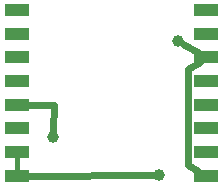
<source format=gbl>
G04 MADE WITH FRITZING*
G04 WWW.FRITZING.ORG*
G04 DOUBLE SIDED*
G04 HOLES PLATED*
G04 CONTOUR ON CENTER OF CONTOUR VECTOR*
%ASAXBY*%
%FSLAX23Y23*%
%MOIN*%
%OFA0B0*%
%SFA1.0B1.0*%
%ADD10C,0.039370*%
%ADD11R,0.078740X0.039370*%
%ADD12C,0.024000*%
%ADD13C,0.016000*%
%LNCOPPER0*%
G90*
G70*
G54D10*
X184Y170D03*
X600Y490D03*
X536Y42D03*
G54D11*
X694Y40D03*
X694Y119D03*
X694Y198D03*
X694Y276D03*
X694Y355D03*
X694Y434D03*
X694Y513D03*
X694Y591D03*
X64Y40D03*
X64Y119D03*
X64Y198D03*
X64Y276D03*
X64Y355D03*
X64Y434D03*
X64Y513D03*
X64Y591D03*
G54D12*
X186Y276D02*
X184Y189D01*
D02*
X98Y276D02*
X186Y276D01*
D02*
X670Y448D02*
X616Y480D01*
D02*
X668Y54D02*
X632Y74D01*
D02*
X632Y74D02*
X632Y394D01*
D02*
X632Y394D02*
X672Y420D01*
G54D13*
D02*
X64Y105D02*
X64Y54D01*
G54D12*
D02*
X517Y42D02*
X98Y40D01*
G04 End of Copper0*
M02*
</source>
